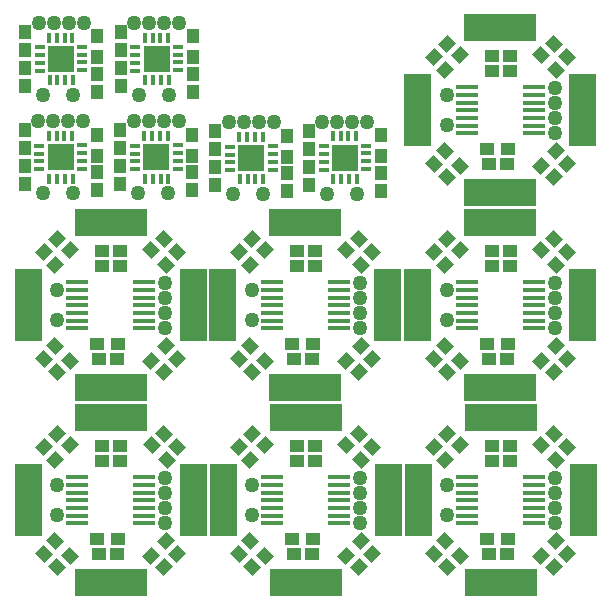
<source format=gts>
G04 ================== begin FILE IDENTIFICATION RECORD ==================*
G04 Layout Name:  C:/Users/D/Documents/github/Disceep/allegro/disceep.brd*
G04 Film Name:    DisceepTOPSolder*
G04 File Format:  Gerber RS274X*
G04 File Origin:  Cadence Allegro 16.6-P004*
G04 Origin Date:  Thu Jan 15 23:06:35 2015*
G04 *
G04 Layer:  PIN/SOLDERMASK_TOP*
G04 Layer:  PACKAGE GEOMETRY/SOLDERMASK_TOP*
G04 Layer:  BOARD GEOMETRY/SOLDERMASK_TOP*
G04 *
G04 Offset:    (0.00 0.00)*
G04 Mirror:    No*
G04 Mode:      Positive*
G04 Rotation:  0*
G04 FullContactRelief:  No*
G04 UndefLineWidth:     6.00*
G04 ================== end FILE IDENTIFICATION RECORD ====================*
%FSLAX25Y25*MOIN*%
%IR0*IPPOS*OFA0.00000B0.00000*MIA0B0*SFA1.00000B1.00000*%
%AMMACRO10*
21,1,.046,.042,0.0,0.0,135.*%
%ADD10MACRO10*%
%ADD11C,.05*%
%ADD14R,.085X.085*%
%ADD15R,.036X.012*%
%ADD16R,.012X.036*%
%ADD13R,.042X.046*%
%AMMACRO12*
21,1,.046,.042,0.0,0.0,45.*%
%ADD12MACRO12*%
%ADD17R,.046X.042*%
%ADD18R,.075X.018*%
G75*
%LPD*%
G75*
G36*
G01X1000Y45000D02*
Y21000D01*
X10000D01*
Y45000D01*
X1000D01*
G37*
G36*
G01X1002Y110112D02*
Y86112D01*
X10002D01*
Y110112D01*
X1002D01*
G37*
G36*
G01X21000Y10000D02*
Y1000D01*
X45000D01*
Y10000D01*
X21000D01*
G37*
G36*
G01Y65000D02*
Y56000D01*
X45000D01*
Y65000D01*
X21000D01*
G37*
G36*
G01X21002Y75112D02*
Y66112D01*
X45002D01*
Y75112D01*
X21002D01*
G37*
G36*
G01Y130112D02*
Y121112D01*
X45002D01*
Y130112D01*
X21002D01*
G37*
G36*
G01X56000Y45000D02*
Y21000D01*
X65000D01*
Y45000D01*
X56000D01*
G37*
G36*
G01X66002Y45112D02*
Y21112D01*
X75002D01*
Y45112D01*
X66002D01*
G37*
G36*
G01X56002Y110112D02*
Y86112D01*
X65002D01*
Y110112D01*
X56002D01*
G37*
G36*
G01X65980Y110114D02*
Y86114D01*
X74980D01*
Y110114D01*
X65980D01*
G37*
G36*
G01X86002Y10112D02*
Y1112D01*
X110002D01*
Y10112D01*
X86002D01*
G37*
G36*
G01Y65112D02*
Y56112D01*
X110002D01*
Y65112D01*
X86002D01*
G37*
G36*
G01X85980Y75114D02*
Y66114D01*
X109980D01*
Y75114D01*
X85980D01*
G37*
G36*
G01Y130114D02*
Y121114D01*
X109980D01*
Y130114D01*
X85980D01*
G37*
G36*
G01X121002Y45112D02*
Y21112D01*
X130002D01*
Y45112D01*
X121002D01*
G37*
G36*
G01X131002D02*
Y21112D01*
X140002D01*
Y45112D01*
X131002D01*
G37*
G36*
G01X120980Y110114D02*
Y86114D01*
X129980D01*
Y110114D01*
X120980D01*
G37*
G36*
G01X130980Y110014D02*
Y86014D01*
X139980D01*
Y110014D01*
X130980D01*
G37*
G36*
G01Y175014D02*
Y151014D01*
X139980D01*
Y175014D01*
X130980D01*
G37*
G36*
G01X151002Y10112D02*
Y1112D01*
X175002D01*
Y10112D01*
X151002D01*
G37*
G36*
G01Y65112D02*
Y56112D01*
X175002D01*
Y65112D01*
X151002D01*
G37*
G36*
G01X150980Y75014D02*
Y66014D01*
X174980D01*
Y75014D01*
X150980D01*
G37*
G36*
G01Y130014D02*
Y121014D01*
X174980D01*
Y130014D01*
X150980D01*
G37*
G36*
G01Y140014D02*
Y131014D01*
X174980D01*
Y140014D01*
X150980D01*
G37*
G36*
G01Y195014D02*
Y186014D01*
X174980D01*
Y195014D01*
X150980D01*
G37*
G36*
G01X186002Y45112D02*
Y21112D01*
X195002D01*
Y45112D01*
X186002D01*
G37*
G36*
G01X185980Y110014D02*
Y86014D01*
X194980D01*
Y110014D01*
X185980D01*
G37*
G36*
G01Y175014D02*
Y151014D01*
X194980D01*
Y175014D01*
X185980D01*
G37*
G54D10*
X15121Y10879D03*
X10879Y15121D03*
X14525Y19475D03*
X15121Y75879D03*
X10879Y80121D03*
X14525Y84475D03*
X19475Y14525D03*
Y79525D03*
X50879Y55121D03*
X55121Y50879D03*
X51675Y46525D03*
X46725Y51475D03*
X55121Y115879D03*
X51475Y111525D03*
X46525Y116475D03*
X50879Y120121D03*
X75879Y15121D03*
Y80121D03*
X80121Y10879D03*
X84475Y14525D03*
X79525Y19475D03*
X80121Y75879D03*
X79525Y84475D03*
X84475Y79525D03*
X115879Y55121D03*
X116475Y46525D03*
X111525Y51475D03*
X116475Y111525D03*
X111525Y116475D03*
X115879Y120121D03*
X120121Y50879D03*
Y115879D03*
X145121Y10879D03*
X140879Y15121D03*
X149475Y14525D03*
X144525Y19475D03*
X145121Y75879D03*
X140879Y80121D03*
X144525Y84475D03*
X149475Y79525D03*
X145121Y140879D03*
X140879Y145121D03*
X144525Y149475D03*
X149475Y144525D03*
X176525Y51475D03*
Y116475D03*
Y181475D03*
X180879Y55121D03*
X185121Y50879D03*
X181475Y46525D03*
X185121Y115879D03*
X181475Y111525D03*
X180879Y120121D03*
X181475Y176525D03*
X180879Y185121D03*
X185121Y180879D03*
G54D11*
X15000Y28000D03*
Y38000D03*
Y93000D03*
Y103000D03*
X10400Y135400D03*
X8900Y159400D03*
X13900D03*
X10500Y168200D03*
X9000Y192200D03*
X14000D03*
X20400Y135400D03*
X18900Y159400D03*
X23900D03*
X20500Y168200D03*
X19000Y192200D03*
X24000D03*
X51000Y35500D03*
Y30500D03*
Y25500D03*
Y40500D03*
Y95500D03*
Y90500D03*
Y105500D03*
Y100500D03*
X42300Y135400D03*
X52300D03*
X40800Y159400D03*
X45800D03*
X50800D03*
X55800D03*
X42400Y168200D03*
X52400D03*
X40900Y192200D03*
X45900D03*
X50900D03*
X55900D03*
X73900Y135100D03*
X72400Y159100D03*
X77400D03*
X80000Y28000D03*
Y38000D03*
Y93000D03*
Y103000D03*
X83900Y135100D03*
X82400Y159100D03*
X87400D03*
X116000Y35500D03*
Y30500D03*
Y25500D03*
Y40500D03*
Y95500D03*
Y90500D03*
Y105500D03*
Y100500D03*
X105100Y135300D03*
X115100D03*
X103600Y159300D03*
X108600D03*
X113600D03*
X118600D03*
X145000Y28000D03*
Y38000D03*
Y93000D03*
Y103000D03*
Y168000D03*
Y158000D03*
X181000Y35500D03*
Y30500D03*
Y25500D03*
Y40500D03*
Y95500D03*
Y90500D03*
Y105500D03*
Y100500D03*
Y155500D03*
Y170500D03*
Y165500D03*
Y160500D03*
G54D12*
X10879Y50879D03*
X15121Y55121D03*
X14525Y46525D03*
X10879Y115879D03*
X14525Y111525D03*
X15121Y120121D03*
X19475Y51475D03*
Y116475D03*
X55121Y15121D03*
X50879Y10879D03*
X46525Y14525D03*
X51475Y19475D03*
X50879Y75879D03*
X55121Y80121D03*
X46525Y79525D03*
X51475Y84475D03*
X75879Y50879D03*
Y115879D03*
X80121Y55121D03*
X84475Y51475D03*
X79525Y46525D03*
X84475Y116475D03*
X79525Y111525D03*
X80121Y120121D03*
X115879Y10879D03*
X111525Y14525D03*
X116475Y19475D03*
X115879Y75879D03*
X111525Y79525D03*
X116475Y84475D03*
X120121Y15121D03*
Y80121D03*
X140879Y50879D03*
X145121Y55121D03*
X149475Y51475D03*
X144525Y46525D03*
X140879Y115879D03*
X149475Y116475D03*
X144525Y111525D03*
X145121Y120121D03*
X144525Y176525D03*
X140879Y180879D03*
X145121Y185121D03*
X149475Y181475D03*
X176525Y14525D03*
Y79525D03*
Y144525D03*
X185121Y15121D03*
X180879Y10879D03*
X181475Y19475D03*
X180879Y75879D03*
X185121Y80121D03*
X181475Y84475D03*
X185121Y145121D03*
X180879Y140879D03*
X181475Y149475D03*
G54D13*
X4400Y150400D03*
Y156400D03*
Y144400D03*
Y138400D03*
X4500Y177200D03*
Y171200D03*
Y183200D03*
Y189200D03*
X28400Y136400D03*
Y142400D03*
X36300Y150400D03*
Y156400D03*
Y144400D03*
Y138400D03*
X28400Y154900D03*
Y147900D03*
X28500Y175200D03*
Y169200D03*
X36400Y177200D03*
Y171200D03*
Y183200D03*
Y189200D03*
X28500Y187700D03*
Y180700D03*
X60300Y136400D03*
Y142400D03*
X67900Y150100D03*
Y156100D03*
Y144100D03*
Y138100D03*
X60300Y154900D03*
Y147900D03*
X60400Y175200D03*
Y169200D03*
Y187700D03*
Y180700D03*
X91900Y136100D03*
Y142100D03*
Y154600D03*
Y147600D03*
X99100Y150300D03*
Y156300D03*
Y144300D03*
Y138300D03*
X123100Y136300D03*
Y142300D03*
Y154800D03*
Y147800D03*
G54D14*
X16400Y147400D03*
X16500Y180200D03*
X48300Y147400D03*
X48400Y180200D03*
X79900Y147100D03*
X111100Y147300D03*
G54D15*
X9300Y143400D03*
Y146000D03*
Y148600D03*
Y151200D03*
X9400Y176200D03*
Y178800D03*
Y181400D03*
Y184000D03*
X23500Y151400D03*
Y148800D03*
Y146200D03*
Y143600D03*
X23600Y184200D03*
Y181600D03*
Y179000D03*
Y176400D03*
X41200Y143400D03*
Y146000D03*
Y148600D03*
Y151200D03*
X55400Y151400D03*
Y148800D03*
Y146200D03*
Y143600D03*
X41300Y176200D03*
Y178800D03*
Y181400D03*
Y184000D03*
X55500Y184200D03*
Y181600D03*
Y179000D03*
Y176400D03*
X72800Y143100D03*
Y145700D03*
Y148300D03*
Y150900D03*
X87000Y151100D03*
Y148500D03*
Y145900D03*
Y143300D03*
X104000D03*
Y145900D03*
Y148500D03*
Y151100D03*
X118200Y151300D03*
Y148700D03*
Y146100D03*
Y143500D03*
G54D16*
X12400Y154500D03*
X15000D03*
X15200Y140300D03*
X12600D03*
X15300Y173100D03*
X12700D03*
X12500Y187300D03*
X15100D03*
X17600Y154500D03*
X20200D03*
X20400Y140300D03*
X17800D03*
X20500Y173100D03*
X17900D03*
X17700Y187300D03*
X20300D03*
X44300Y154500D03*
X46900D03*
X49500D03*
X52100D03*
X52300Y140300D03*
X49700D03*
X47100D03*
X44500D03*
X52400Y173100D03*
X49800D03*
X47200D03*
X44600D03*
X44400Y187300D03*
X47000D03*
X49600D03*
X52200D03*
X75900Y154200D03*
X78500D03*
X81100D03*
X83700D03*
X83900Y140000D03*
X81300D03*
X78700D03*
X76100D03*
X107100Y154400D03*
X109700D03*
X112300D03*
X114900D03*
X115100Y140200D03*
X112500D03*
X109900D03*
X107300D03*
G54D17*
X35000Y15000D03*
X29000D03*
X28500Y20000D03*
X35500D03*
X30000Y51000D03*
X36000D03*
X30000Y46000D03*
X36000D03*
X35000Y80000D03*
X29000D03*
X28500Y85000D03*
X35500D03*
X30000Y116000D03*
X36000D03*
X30000Y111000D03*
X36000D03*
X94000Y15000D03*
X93500Y20000D03*
X95000Y46000D03*
Y51000D03*
X94000Y80000D03*
X93500Y85000D03*
X95000Y116000D03*
Y111000D03*
X100000Y15000D03*
X100500Y20000D03*
X101000Y46000D03*
Y51000D03*
X100000Y80000D03*
X100500Y85000D03*
X101000Y116000D03*
Y111000D03*
X165000Y15000D03*
X159000D03*
X158500Y20000D03*
X165500D03*
X160000Y51000D03*
X166000D03*
X160000Y46000D03*
X166000D03*
X165000Y80000D03*
X159000D03*
X158500Y85000D03*
X165500D03*
X160000Y116000D03*
X166000D03*
X160000Y111000D03*
X166000D03*
X165000Y145000D03*
X159000D03*
X158500Y150000D03*
X165500D03*
X160000Y176000D03*
X166000D03*
X160000Y181000D03*
X166000D03*
G54D18*
X21700Y25340D03*
Y27900D03*
Y30460D03*
Y33020D03*
Y35580D03*
Y38140D03*
Y40700D03*
Y90340D03*
Y92900D03*
Y95460D03*
Y98020D03*
Y100580D03*
Y103140D03*
Y105700D03*
X44300Y35580D03*
Y33020D03*
Y30460D03*
Y27900D03*
Y25340D03*
Y40700D03*
Y38140D03*
Y95460D03*
Y92900D03*
Y90340D03*
Y105700D03*
Y103140D03*
Y100580D03*
Y98020D03*
X86700Y25340D03*
Y27900D03*
Y30460D03*
Y33020D03*
Y35580D03*
Y38140D03*
Y40700D03*
Y90340D03*
Y92900D03*
Y95460D03*
Y98020D03*
Y100580D03*
Y103140D03*
Y105700D03*
X109300Y35580D03*
Y33020D03*
Y30460D03*
Y27900D03*
Y25340D03*
Y40700D03*
Y38140D03*
Y95460D03*
Y92900D03*
Y90340D03*
Y105700D03*
Y103140D03*
Y100580D03*
Y98020D03*
X151700Y25340D03*
Y27900D03*
Y30460D03*
Y33020D03*
Y35580D03*
Y38140D03*
Y40700D03*
Y90340D03*
Y92900D03*
Y95460D03*
Y98020D03*
Y100580D03*
Y103140D03*
Y105700D03*
Y155340D03*
Y157900D03*
Y160460D03*
Y163020D03*
Y165580D03*
Y168140D03*
Y170700D03*
X174300Y35580D03*
Y33020D03*
Y30460D03*
Y27900D03*
Y25340D03*
Y40700D03*
Y38140D03*
Y95460D03*
Y92900D03*
Y90340D03*
Y105700D03*
Y103140D03*
Y100580D03*
Y98020D03*
Y155340D03*
Y170700D03*
Y168140D03*
Y165580D03*
Y163020D03*
Y160460D03*
Y157900D03*
M02*

</source>
